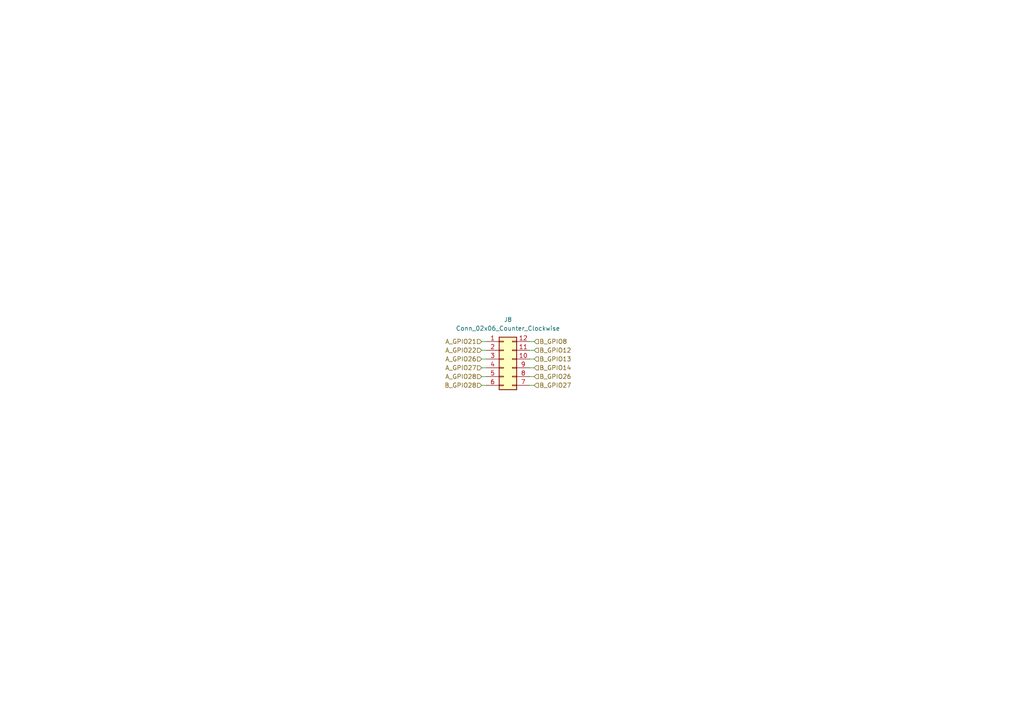
<source format=kicad_sch>
(kicad_sch (version 20230121) (generator eeschema)
  (paper "A4")
  (lib_symbols
    (symbol "Connector_Generic:Conn_02x06_Counter_Clockwise" (pin_names (offset 1.016) hide)
      (property "Reference" "J" (at 1.27 7.62 0))
      (property "Value" "Conn_02x06_Counter_Clockwise" (at 1.27 -10.16 0))
      (symbol "Conn_02x06_Counter_Clockwise_1_1"
        (rectangle (start -1.27 -7.493) (end 0 -7.747) (stroke (width 0.1524)))
        (rectangle (start -1.27 -4.953) (end 0 -5.207) (stroke (width 0.1524)))
        (rectangle (start -1.27 -2.413) (end 0 -2.667) (stroke (width 0.1524)))
        (rectangle (start -1.27 0.127) (end 0 -0.127) (stroke (width 0.1524)))
        (rectangle (start -1.27 2.667) (end 0 2.413) (stroke (width 0.1524)))
        (rectangle (start -1.27 5.207) (end 0 4.953) (stroke (width 0.1524)))
        (rectangle (start -1.27 6.35) (end 3.81 -8.89) (stroke (width 0.254)) (fill (type background)))
        (rectangle (start 3.81 -7.493) (end 2.54 -7.747) (stroke (width 0.1524)))
        (rectangle (start 3.81 -4.953) (end 2.54 -5.207) (stroke (width 0.1524)))
        (rectangle (start 3.81 -2.413) (end 2.54 -2.667) (stroke (width 0.1524)))
        (rectangle (start 3.81 0.127) (end 2.54 -0.127) (stroke (width 0.1524)))
        (rectangle (start 3.81 2.667) (end 2.54 2.413) (stroke (width 0.1524)))
        (rectangle (start 3.81 5.207) (end 2.54 4.953) (stroke (width 0.1524)))
        (pin passive line (at -5.08 5.08 0) (length 3.81) (name "Pin_1") (number "1"))
        (pin passive line (at 7.62 0 180) (length 3.81) (name "Pin_10") (number "10"))
        (pin passive line (at 7.62 2.54 180) (length 3.81) (name "Pin_11") (number "11"))
        (pin passive line (at 7.62 5.08 180) (length 3.81) (name "Pin_12") (number "12"))
        (pin passive line (at -5.08 2.54 0) (length 3.81) (name "Pin_2") (number "2"))
        (pin passive line (at -5.08 0 0) (length 3.81) (name "Pin_3") (number "3"))
        (pin passive line (at -5.08 -2.54 0) (length 3.81) (name "Pin_4") (number "4"))
        (pin passive line (at -5.08 -5.08 0) (length 3.81) (name "Pin_5") (number "5"))
        (pin passive line (at -5.08 -7.62 0) (length 3.81) (name "Pin_6") (number "6"))
        (pin passive line (at 7.62 -7.62 180) (length 3.81) (name "Pin_7") (number "7"))
        (pin passive line (at 7.62 -5.08 180) (length 3.81) (name "Pin_8") (number "8"))
        (pin passive line (at 7.62 -2.54 180) (length 3.81) (name "Pin_9") (number "9"))
      )
    )
  )
  (wire (pts (xy 154.94 111.76) (xy 153.67 111.76)))
  (wire (pts (xy 139.7 106.68) (xy 140.97 106.68)))
  (wire (pts (xy 139.7 99.06) (xy 140.97 99.06)))
  (wire (pts (xy 139.7 109.22) (xy 140.97 109.22)))
  (wire (pts (xy 154.94 109.22) (xy 153.67 109.22)))
  (wire (pts (xy 154.94 101.6) (xy 153.67 101.6)))
  (wire (pts (xy 139.7 101.6) (xy 140.97 101.6)))
  (wire (pts (xy 139.7 104.14) (xy 140.97 104.14)))
  (wire (pts (xy 154.94 99.06) (xy 153.67 99.06)))
  (wire (pts (xy 139.7 111.76) (xy 140.97 111.76)))
  (wire (pts (xy 154.94 104.14) (xy 153.67 104.14)))
  (wire (pts (xy 154.94 106.68) (xy 153.67 106.68)))
  (hierarchical_label "B_GPIO27" (shape input) (at 154.94 111.76 0))
  (hierarchical_label "B_GPIO14" (shape input) (at 154.94 106.68 0))
  (hierarchical_label "B_GPIO8" (shape input) (at 154.94 99.06 0))
  (hierarchical_label "B_GPIO26" (shape input) (at 154.94 109.22 0))
  (hierarchical_label "A_GPIO21" (shape input) (at 139.7 99.06 180))
  (hierarchical_label "A_GPIO27" (shape input) (at 139.7 106.68 180))
  (hierarchical_label "A_GPIO28" (shape input) (at 139.7 109.22 180))
  (hierarchical_label "B_GPIO28" (shape input) (at 139.7 111.76 180))
  (hierarchical_label "B_GPIO12" (shape input) (at 154.94 101.6 0))
  (hierarchical_label "A_GPIO26" (shape input) (at 139.7 104.14 180))
  (hierarchical_label "B_GPIO13" (shape input) (at 154.94 104.14 0))
  (hierarchical_label "A_GPIO22" (shape input) (at 139.7 101.6 180))
  (symbol (lib_id "Connector_Generic:Conn_02x06_Counter_Clockwise") (at 146.05 104.14 0) (unit 1)
    (property "Reference" "J8" (at 147.32 92.71 0))
    (property "Value" "Conn_02x06_Counter_Clockwise" (at 147.32 95.25 0))
    (property "Footprint" "Connector_PinSocket_2.00mm:PinSocket_2x06_P2.00mm_Vertical" (effects hide))
  )
)
</source>
